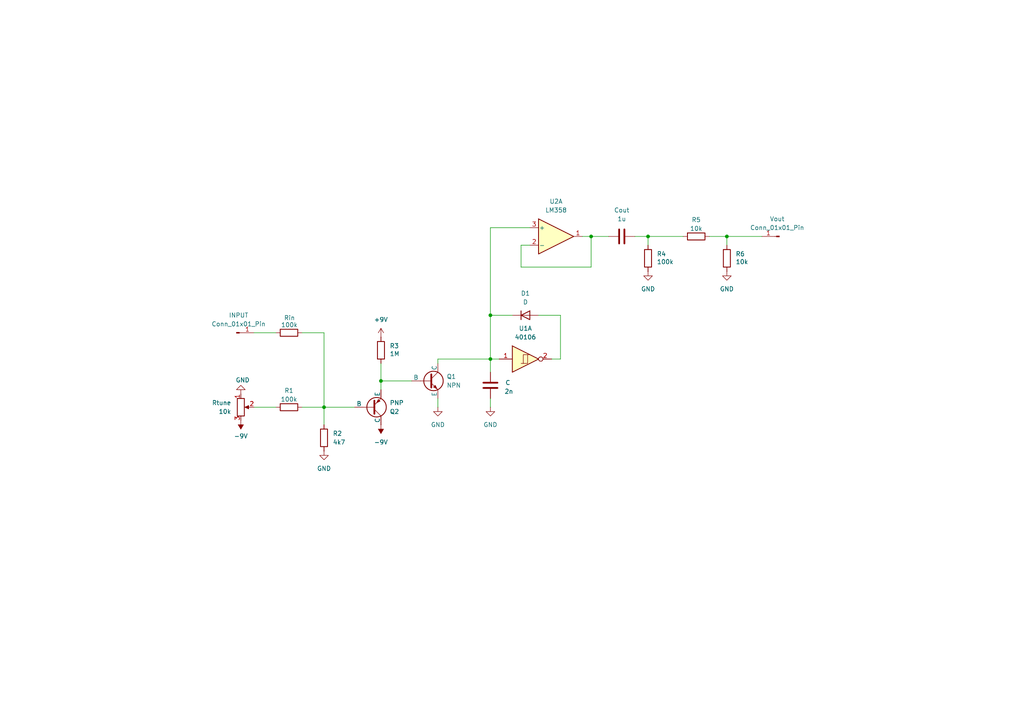
<source format=kicad_sch>
(kicad_sch (version 20250114) (generator "eeschema") (generator_version "9.0")
  (paper "A4")
  (lib_symbols
    (symbol "4xxx:40106" (pin_names (offset 1.016))
      (property "Reference" "U" (at 0 1.27 0))
      (property "Value" "40106" (at 0 -1.27 0))
      (symbol "40106_1_0"
        (polyline (pts (xy -3.81 3.81) (xy -3.81 -3.81) (xy 3.81 0) (xy -3.81 3.81)) (stroke (width 0.254)) (fill (type background)))
        (polyline (pts (xy -1.27 -1.27) (xy 0.635 -1.27) (xy 0.635 1.27) (xy 1.27 1.27)))
        (polyline (pts (xy -0.635 -1.27) (xy -0.635 1.27) (xy 0.635 1.27)))
        (pin input line (at -7.62 0 0) (length 3.81) (name "~") (number "1"))
        (pin output inverted (at 7.62 0 180) (length 3.81) (name "~") (number "2"))
      )
      (symbol "40106_2_0"
        (polyline (pts (xy -3.81 3.81) (xy -3.81 -3.81) (xy 3.81 0) (xy -3.81 3.81)) (stroke (width 0.254)) (fill (type background)))
        (polyline (pts (xy -1.27 -1.27) (xy 0.635 -1.27) (xy 0.635 1.27) (xy 1.27 1.27)))
        (polyline (pts (xy -0.635 -1.27) (xy -0.635 1.27) (xy 0.635 1.27)))
        (pin input line (at -7.62 0 0) (length 3.81) (name "~") (number "3"))
        (pin output inverted (at 7.62 0 180) (length 3.81) (name "~") (number "4"))
      )
      (symbol "40106_3_0"
        (polyline (pts (xy -3.81 3.81) (xy -3.81 -3.81) (xy 3.81 0) (xy -3.81 3.81)) (stroke (width 0.254)) (fill (type background)))
        (polyline (pts (xy -1.27 -1.27) (xy 0.635 -1.27) (xy 0.635 1.27) (xy 1.27 1.27)))
        (polyline (pts (xy -0.635 -1.27) (xy -0.635 1.27) (xy 0.635 1.27)))
        (pin input line (at -7.62 0 0) (length 3.81) (name "~") (number "5"))
        (pin output inverted (at 7.62 0 180) (length 3.81) (name "~") (number "6"))
      )
      (symbol "40106_4_0"
        (polyline (pts (xy -3.81 3.81) (xy -3.81 -3.81) (xy 3.81 0) (xy -3.81 3.81)) (stroke (width 0.254)) (fill (type background)))
        (polyline (pts (xy -1.27 -1.27) (xy 0.635 -1.27) (xy 0.635 1.27) (xy 1.27 1.27)))
        (polyline (pts (xy -0.635 -1.27) (xy -0.635 1.27) (xy 0.635 1.27)))
        (pin input line (at -7.62 0 0) (length 3.81) (name "~") (number "9"))
        (pin output inverted (at 7.62 0 180) (length 3.81) (name "~") (number "8"))
      )
      (symbol "40106_5_0"
        (polyline (pts (xy -3.81 3.81) (xy -3.81 -3.81) (xy 3.81 0) (xy -3.81 3.81)) (stroke (width 0.254)) (fill (type background)))
        (polyline (pts (xy -1.27 -1.27) (xy 0.635 -1.27) (xy 0.635 1.27) (xy 1.27 1.27)))
        (polyline (pts (xy -0.635 -1.27) (xy -0.635 1.27) (xy 0.635 1.27)))
        (pin input line (at -7.62 0 0) (length 3.81) (name "~") (number "11"))
        (pin output inverted (at 7.62 0 180) (length 3.81) (name "~") (number "10"))
      )
      (symbol "40106_6_0"
        (polyline (pts (xy -3.81 3.81) (xy -3.81 -3.81) (xy 3.81 0) (xy -3.81 3.81)) (stroke (width 0.254)) (fill (type background)))
        (polyline (pts (xy -1.27 -1.27) (xy 0.635 -1.27) (xy 0.635 1.27) (xy 1.27 1.27)))
        (polyline (pts (xy -0.635 -1.27) (xy -0.635 1.27) (xy 0.635 1.27)))
        (pin input line (at -7.62 0 0) (length 3.81) (name "~") (number "13"))
        (pin output inverted (at 7.62 0 180) (length 3.81) (name "~") (number "12"))
      )
      (symbol "40106_7_0"
        (pin power_in line (at 0 12.7 270) (length 5.08) (name "VDD") (number "14"))
        (pin power_in line (at 0 -12.7 90) (length 5.08) (name "VSS") (number "7"))
      )
      (symbol "40106_7_1"
        (rectangle (start -5.08 7.62) (end 5.08 -7.62) (stroke (width 0.254)) (fill (type background)))
      )
    )
    (symbol "Amplifier_Operational:LM358" (pin_names (offset 0.127))
      (property "Reference" "U" (at 0 5.08 0))
      (property "Value" "LM358" (at 0 -5.08 0))
      (symbol "LM358_1_1"
        (polyline (pts (xy -5.08 5.08) (xy 5.08 0) (xy -5.08 -5.08) (xy -5.08 5.08)) (stroke (width 0.254)) (fill (type background)))
        (pin input line (at -7.62 2.54 0) (length 2.54) (name "+") (number "3"))
        (pin input line (at -7.62 -2.54 0) (length 2.54) (name "-") (number "2"))
        (pin output line (at 7.62 0 180) (length 2.54) (name "~") (number "1"))
      )
      (symbol "LM358_2_1"
        (polyline (pts (xy -5.08 5.08) (xy 5.08 0) (xy -5.08 -5.08) (xy -5.08 5.08)) (stroke (width 0.254)) (fill (type background)))
        (pin input line (at -7.62 2.54 0) (length 2.54) (name "+") (number "5"))
        (pin input line (at -7.62 -2.54 0) (length 2.54) (name "-") (number "6"))
        (pin output line (at 7.62 0 180) (length 2.54) (name "~") (number "7"))
      )
      (symbol "LM358_3_1"
        (pin power_in line (at -2.54 7.62 270) (length 3.81) (name "V+") (number "8"))
        (pin power_in line (at -2.54 -7.62 90) (length 3.81) (name "V-") (number "4"))
      )
    )
    (symbol "Connector:Conn_01x01_Pin" (pin_names (offset 1.016) (hide yes))
      (property "Reference" "J" (at 0 2.54 0))
      (property "Value" "Conn_01x01_Pin" (at 0 -2.54 0))
      (symbol "Conn_01x01_Pin_1_1"
        (rectangle (start 0.8636 0.127) (end 0 -0.127) (stroke (width 0.1524)) (fill (type outline)))
        (polyline (pts (xy 1.27 0) (xy 0.8636 0)) (stroke (width 0.1524)))
        (pin passive line (at 5.08 0 180) (length 3.81) (name "Pin_1") (number "1"))
      )
    )
    (symbol "Device:C" (pin_numbers (hide yes)) (pin_names (offset 0.254))
      (property "Reference" "C" (at 0.635 2.54 0))
      (property "Value" "C" (at 0.635 -2.54 0))
      (symbol "C_0_1"
        (polyline (pts (xy -2.032 0.762) (xy 2.032 0.762)) (stroke (width 0.508)))
        (polyline (pts (xy -2.032 -0.762) (xy 2.032 -0.762)) (stroke (width 0.508)))
      )
      (symbol "C_1_1"
        (pin passive line (at 0 3.81 270) (length 2.794) (name "~") (number "1"))
        (pin passive line (at 0 -3.81 90) (length 2.794) (name "~") (number "2"))
      )
    )
    (symbol "Device:D" (pin_numbers (hide yes)) (pin_names (offset 1.016) (hide yes))
      (property "Reference" "D" (at 0 2.54 0))
      (property "Value" "D" (at 0 -2.54 0))
      (symbol "D_0_1"
        (polyline (pts (xy -1.27 1.27) (xy -1.27 -1.27)) (stroke (width 0.254)))
        (polyline (pts (xy 1.27 1.27) (xy 1.27 -1.27) (xy -1.27 0) (xy 1.27 1.27)) (stroke (width 0.254)))
        (polyline (pts (xy 1.27 0) (xy -1.27 0)))
      )
      (symbol "D_1_1"
        (pin passive line (at -3.81 0 0) (length 2.54) (name "K") (number "1"))
        (pin passive line (at 3.81 0 180) (length 2.54) (name "A") (number "2"))
      )
    )
    (symbol "Device:R" (pin_numbers (hide yes)) (pin_names (offset 0))
      (property "Reference" "R" (at 2.032 0 90))
      (property "Value" "R" (at 0 0 90))
      (symbol "R_0_1"
        (rectangle (start -1.016 -2.54) (end 1.016 2.54) (stroke (width 0.254)))
      )
      (symbol "R_1_1"
        (pin passive line (at 0 3.81 270) (length 1.27) (name "~") (number "1"))
        (pin passive line (at 0 -3.81 90) (length 1.27) (name "~") (number "2"))
      )
    )
    (symbol "Device:R_Potentiometer" (pin_names (offset 1.016) (hide yes))
      (property "Reference" "RV" (at -4.445 0 90))
      (property "Value" "R_Potentiometer" (at -2.54 0 90))
      (symbol "R_Potentiometer_0_1"
        (rectangle (start 1.016 2.54) (end -1.016 -2.54) (stroke (width 0.254)))
        (polyline (pts (xy 1.143 0) (xy 2.286 0.508) (xy 2.286 -0.508) (xy 1.143 0)) (fill (type outline)))
        (polyline (pts (xy 2.54 0) (xy 1.524 0)))
      )
      (symbol "R_Potentiometer_1_1"
        (pin passive line (at 0 3.81 270) (length 1.27) (name "1") (number "1"))
        (pin passive line (at 0 -3.81 90) (length 1.27) (name "3") (number "3"))
        (pin passive line (at 3.81 0 180) (length 1.27) (name "2") (number "2"))
      )
    )
    (symbol "Simulation_SPICE:NPN" (pin_numbers (hide yes)) (pin_names (offset 0))
      (property "Reference" "Q" (at -2.54 7.62 0))
      (property "Value" "NPN" (at -2.54 5.08 0))
      (symbol "NPN_0_1"
        (polyline (pts (xy -2.54 0) (xy 0.635 0)) (stroke (width 0.1524)))
        (polyline (pts (xy 0.635 1.905) (xy 0.635 -1.905) (xy 0.635 -1.905)) (stroke (width 0.508)))
        (polyline (pts (xy 0.635 0.635) (xy 2.54 2.54)))
        (polyline (pts (xy 0.635 -0.635) (xy 2.54 -2.54) (xy 2.54 -2.54)))
        (circle (center 1.27 0) (radius 2.8194) (stroke (width 0.254)))
        (polyline (pts (xy 1.27 -1.778) (xy 1.778 -1.27) (xy 2.286 -2.286) (xy 1.27 -1.778) (xy 1.27 -1.778)) (fill (type outline)))
        (polyline (pts (xy 2.794 -1.27) (xy 2.794 -1.27)) (stroke (width 0.1524)))
        (polyline (pts (xy 2.794 -1.27) (xy 2.794 -1.27)) (stroke (width 0.1524)))
      )
      (symbol "NPN_1_1"
        (pin input line (at -5.08 0 0) (length 2.54) (name "B") (number "2"))
        (pin open_collector line (at 2.54 5.08 270) (length 2.54) (name "C") (number "1"))
        (pin open_emitter line (at 2.54 -5.08 90) (length 2.54) (name "E") (number "3"))
      )
    )
    (symbol "Simulation_SPICE:PNP" (pin_numbers (hide yes)) (pin_names (offset 0))
      (property "Reference" "Q" (at -2.54 7.62 0))
      (property "Value" "PNP" (at -2.54 5.08 0))
      (symbol "PNP_0_1"
        (polyline (pts (xy -2.54 0) (xy 0.635 0)) (stroke (width 0.1524)))
        (polyline (pts (xy 0.635 1.905) (xy 0.635 -1.905) (xy 0.635 -1.905)) (stroke (width 0.508)))
        (polyline (pts (xy 0.635 0.635) (xy 2.54 2.54)))
        (polyline (pts (xy 0.635 -0.635) (xy 2.54 -2.54) (xy 2.54 -2.54)))
        (circle (center 1.27 0) (radius 2.8194) (stroke (width 0.254)))
        (polyline (pts (xy 2.286 -1.778) (xy 1.778 -2.286) (xy 1.27 -1.27) (xy 2.286 -1.778) (xy 2.286 -1.778)) (fill (type outline)))
      )
      (symbol "PNP_1_1"
        (pin input line (at -5.08 0 0) (length 2.54) (name "B") (number "2"))
        (pin open_collector line (at 2.54 5.08 270) (length 2.54) (name "C") (number "1"))
        (pin open_emitter line (at 2.54 -5.08 90) (length 2.54) (name "E") (number "3"))
      )
    )
    (symbol "power:+9V" (power) (pin_numbers (hide yes)) (pin_names (offset 0) (hide yes))
      (property "Value" "+9V" (at 0 3.556 0))
      (symbol "+9V_0_1"
        (polyline (pts (xy -0.762 1.27) (xy 0 2.54)))
        (polyline (pts (xy 0 2.54) (xy 0.762 1.27)))
        (polyline (pts (xy 0 0) (xy 0 2.54)))
      )
      (symbol "+9V_1_1"
        (pin power_in line (at 0 0 90) (length 0) (name "~") (number "1"))
      )
    )
    (symbol "power:-9V" (power) (pin_numbers (hide yes)) (pin_names (offset 0) (hide yes))
      (property "Value" "-9V" (at 0 3.556 0))
      (symbol "-9V_0_1"
        (polyline (pts (xy 0 0) (xy 0 2.54)))
        (polyline (pts (xy 0.762 1.27) (xy -0.762 1.27) (xy 0 2.54) (xy 0.762 1.27)) (fill (type outline)))
      )
      (symbol "-9V_1_1"
        (pin power_in line (at 0 0 90) (length 0) (name "~") (number "1"))
      )
    )
    (symbol "power:GND" (power) (pin_numbers (hide yes)) (pin_names (offset 0) (hide yes))
      (property "Value" "GND" (at 0 -3.81 0))
      (symbol "GND_0_1"
        (polyline (pts (xy 0 0) (xy 0 -1.27) (xy 1.27 -1.27) (xy 0 -2.54) (xy -1.27 -1.27) (xy 0 -1.27)))
      )
      (symbol "GND_1_1"
        (pin power_in line (at 0 0 270) (length 0) (name "~") (number "1"))
      )
    )
  )
  (junction (at 187.96 68.58))
  (junction (at 142.24 104.14))
  (junction (at 210.82 68.58))
  (junction (at 110.49 110.49))
  (junction (at 93.98 118.11))
  (junction (at 142.24 91.44))
  (junction (at 171.45 68.58))
  (wire (pts (xy 93.98 118.11) (xy 102.87 118.11)))
  (wire (pts (xy 171.45 68.58) (xy 176.53 68.58)))
  (wire (pts (xy 151.13 71.12) (xy 151.13 77.47)))
  (wire (pts (xy 127 104.14) (xy 127 105.41)))
  (wire (pts (xy 210.82 68.58) (xy 205.74 68.58)))
  (wire (pts (xy 187.96 68.58) (xy 187.96 71.12)))
  (wire (pts (xy 184.15 68.58) (xy 187.96 68.58)))
  (wire (pts (xy 142.24 104.14) (xy 142.24 91.44)))
  (wire (pts (xy 127 115.57) (xy 127 118.11)))
  (wire (pts (xy 93.98 118.11) (xy 93.98 123.19)))
  (wire (pts (xy 210.82 68.58) (xy 220.98 68.58)))
  (wire (pts (xy 87.63 96.52) (xy 93.98 96.52)))
  (wire (pts (xy 153.67 71.12) (xy 151.13 71.12)))
  (wire (pts (xy 187.96 68.58) (xy 198.12 68.58)))
  (wire (pts (xy 110.49 105.41) (xy 110.49 110.49)))
  (wire (pts (xy 142.24 66.04) (xy 142.24 91.44)))
  (wire (pts (xy 162.56 91.44) (xy 162.56 104.14)))
  (wire (pts (xy 142.24 91.44) (xy 148.59 91.44)))
  (wire (pts (xy 144.78 104.14) (xy 142.24 104.14)))
  (wire (pts (xy 73.66 96.52) (xy 80.01 96.52)))
  (wire (pts (xy 151.13 77.47) (xy 171.45 77.47)))
  (wire (pts (xy 168.91 68.58) (xy 171.45 68.58)))
  (wire (pts (xy 210.82 71.12) (xy 210.82 68.58)))
  (wire (pts (xy 110.49 110.49) (xy 119.38 110.49)))
  (wire (pts (xy 142.24 104.14) (xy 142.24 107.95)))
  (wire (pts (xy 73.66 118.11) (xy 80.01 118.11)))
  (wire (pts (xy 162.56 104.14) (xy 160.02 104.14)))
  (wire (pts (xy 142.24 104.14) (xy 127 104.14)))
  (wire (pts (xy 156.21 91.44) (xy 162.56 91.44)))
  (wire (pts (xy 153.67 66.04) (xy 142.24 66.04)))
  (wire (pts (xy 110.49 110.49) (xy 110.49 113.03)))
  (wire (pts (xy 142.24 115.57) (xy 142.24 118.11)))
  (wire (pts (xy 171.45 68.58) (xy 171.45 77.47)))
  (wire (pts (xy 87.63 118.11) (xy 93.98 118.11)))
  (wire (pts (xy 93.98 96.52) (xy 93.98 118.11)))
  (symbol (lib_id "Connector:Conn_01x01_Pin") (at 226.06 68.58 180) (unit 1)
    (property "Reference" "Vout" (at 225.425 63.5 0))
    (property "Value" "Conn_01x01_Pin" (at 225.425 66.04 0))
    (property "Description" "Generic connector, single row, 01x01, script generated" (effects (hide yes)))
  )
  (symbol (lib_id "Amplifier_Operational:LM358") (at 161.29 68.58 0) (unit 1)
    (property "Reference" "U2" (at 161.29 58.42 0))
    (property "Value" "LM358" (at 161.29 60.96 0))
    (property "Datasheet" "http://www.ti.com/lit/ds/symlink/lm2904-n.pdf" (effects (hide yes)))
    (property "Description" "Low-Power, Dual Operational Amplifiers, DIP-8/SOIC-8/TO-99-8" (effects (hide yes)))
  )
  (symbol (lib_id "power:+9V") (at 110.49 97.79 0) (unit 1)
    (property "Reference" "#PWR07" (effects (hide yes)))
    (property "Value" "+9V" (at 110.49 92.71 0))
    (property "Description" "Power symbol creates a global label with name \"+9V\"" (effects (hide yes)))
  )
  (symbol (lib_id "Device:C") (at 142.24 111.76 0) (unit 1)
    (property "Reference" "C" (at 146.558 110.998 0) (effects (justify left)))
    (property "Value" "2n" (at 146.304 113.538 0) (effects (justify left)))
    (property "Description" "Unpolarized capacitor" (effects (hide yes)))
  )
  (symbol (lib_id "Device:R_Potentiometer") (at 69.85 118.11 0) (unit 1)
    (property "Reference" "Rtune" (at 67.056 116.84 0) (effects (justify right)))
    (property "Value" "10k" (at 67.056 119.38 0) (effects (justify right)))
    (property "Description" "Potentiometer" (effects (hide yes)))
  )
  (symbol (lib_id "power:-9V") (at 69.85 121.92 180) (unit 1)
    (property "Reference" "#PWR05" (effects (hide yes)))
    (property "Value" "-9V" (at 67.818 126.492 0) (effects (justify right)))
    (property "Description" "Power symbol creates a global label with name \"-9V\"" (effects (hide yes)))
  )
  (symbol (lib_id "Device:R") (at 201.93 68.58 270) (unit 1)
    (property "Reference" "R5" (at 201.93 63.754 90))
    (property "Value" "10k" (at 201.93 66.294 90))
    (property "Description" "Resistor" (effects (hide yes)))
  )
  (symbol (lib_id "Device:R") (at 93.98 127 180) (unit 1)
    (property "Reference" "R2" (at 96.52 125.7299 0) (effects (justify right)))
    (property "Value" "4k7" (at 96.52 128.27 0) (effects (justify right)))
    (property "Description" "Resistor" (effects (hide yes)))
  )
  (symbol (lib_id "Device:C") (at 180.34 68.58 90) (unit 1)
    (property "Reference" "Cout" (at 180.34 60.96 90))
    (property "Value" "1u" (at 180.34 63.5 90))
    (property "Description" "Unpolarized capacitor" (effects (hide yes)))
  )
  (symbol (lib_id "4xxx:40106") (at 152.4 104.14 0) (unit 1)
    (property "Reference" "U1" (at 152.4 95.25 0))
    (property "Value" "40106" (at 152.4 97.79 0))
    (property "Datasheet" "https://assets.nexperia.com/documents/data-sheet/HEF40106B.pdf" (effects (hide yes)))
    (property "Description" "Hex Schmitt trigger inverter" (effects (hide yes)))
  )
  (symbol (lib_id "power:GND") (at 142.24 118.11 0) (unit 1)
    (property "Reference" "#PWR01" (effects (hide yes)))
    (property "Value" "GND" (at 142.24 123.19 0))
    (property "Description" "Power symbol creates a global label with name \"GND\" , ground" (effects (hide yes)))
  )
  (symbol (lib_id "Device:R") (at 110.49 101.6 0) (unit 1)
    (property "Reference" "R3" (at 113.03 100.3299 0) (effects (justify left)))
    (property "Value" "1M" (at 113.03 102.616 0) (effects (justify left)))
    (property "Description" "Resistor" (effects (hide yes)))
  )
  (symbol (lib_id "power:GND") (at 93.98 130.81 0) (unit 1)
    (property "Reference" "#PWR02" (effects (hide yes)))
    (property "Value" "GND" (at 93.98 135.89 0))
    (property "Description" "Power symbol creates a global label with name \"GND\" , ground" (effects (hide yes)))
  )
  (symbol (lib_id "Device:D") (at 152.4 91.44 0) (unit 1)
    (property "Reference" "D1" (at 152.4 85.09 0))
    (property "Value" "D" (at 152.4 87.63 0))
    (property "Description" "Diode" (effects (hide yes)))
    (property "Sim.Device" "D" (effects (hide yes)))
    (property "Sim.Pins" "1=K 2=A" (effects (hide yes)))
  )
  (symbol (lib_id "Device:R") (at 83.82 118.11 270) (unit 1)
    (property "Reference" "R1" (at 83.82 113.284 90))
    (property "Value" "100k" (at 83.82 115.824 90))
    (property "Description" "Resistor" (effects (hide yes)))
  )
  (symbol (lib_id "Connector:Conn_01x01_Pin") (at 68.58 96.52 0) (unit 1)
    (property "Reference" "INPUT" (at 69.215 91.44 0))
    (property "Value" "Conn_01x01_Pin" (at 69.215 93.98 0))
    (property "Description" "Generic connector, single row, 01x01, script generated" (effects (hide yes)))
  )
  (symbol (lib_id "Device:R") (at 83.82 96.52 90) (unit 1)
    (property "Reference" "Rin" (at 85.598 92.202 90) (effects (justify left)))
    (property "Value" "100k" (at 86.36 94.234 90) (effects (justify left)))
    (property "Description" "Resistor" (effects (hide yes)))
  )
  (symbol (lib_id "Device:R") (at 187.96 74.93 0) (unit 1)
    (property "Reference" "R4" (at 190.5 73.6599 0) (effects (justify left)))
    (property "Value" "100k" (at 190.5 75.946 0) (effects (justify left)))
    (property "Description" "Resistor" (effects (hide yes)))
  )
  (symbol (lib_id "power:GND") (at 210.82 78.74 0) (unit 1)
    (property "Reference" "#PWR09" (effects (hide yes)))
    (property "Value" "GND" (at 210.82 83.82 0))
    (property "Description" "Power symbol creates a global label with name \"GND\" , ground" (effects (hide yes)))
  )
  (symbol (lib_id "Simulation_SPICE:PNP") (at 107.95 118.11 0) (mirror x) (unit 1)
    (property "Reference" "Q2" (at 113.03 119.3801 0) (effects (justify left)))
    (property "Value" "PNP" (at 113.03 116.8401 0) (effects (justify left)))
    (property "Datasheet" "https://ngspice.sourceforge.io/docs/ngspice-html-manual/manual.xhtml#cha_BJTs" (effects (hide yes)))
    (property "Description" "Bipolar transistor symbol for simulation only, substrate tied to the emitter" (effects (hide yes)))
    (property "Sim.Device" "PNP" (effects (hide yes)))
    (property "Sim.Type" "GUMMELPOON" (effects (hide yes)))
    (property "Sim.Pins" "1=C 2=B 3=E" (effects (hide yes)))
  )
  (symbol (lib_id "Device:R") (at 210.82 74.93 0) (unit 1)
    (property "Reference" "R6" (at 213.36 73.6599 0) (effects (justify left)))
    (property "Value" "10k" (at 213.36 75.946 0) (effects (justify left)))
    (property "Description" "Resistor" (effects (hide yes)))
  )
  (symbol (lib_id "power:GND") (at 187.96 78.74 0) (unit 1)
    (property "Reference" "#PWR08" (effects (hide yes)))
    (property "Value" "GND" (at 187.96 83.82 0))
    (property "Description" "Power symbol creates a global label with name \"GND\" , ground" (effects (hide yes)))
  )
  (symbol (lib_id "Simulation_SPICE:NPN") (at 124.46 110.49 0) (unit 1)
    (property "Reference" "Q1" (at 129.54 109.2199 0) (effects (justify left)))
    (property "Value" "NPN" (at 129.54 111.7599 0) (effects (justify left)))
    (property "Datasheet" "https://ngspice.sourceforge.io/docs/ngspice-html-manual/manual.xhtml#cha_BJTs" (effects (hide yes)))
    (property "Description" "Bipolar transistor symbol for simulation only, substrate tied to the emitter" (effects (hide yes)))
    (property "Sim.Device" "NPN" (effects (hide yes)))
    (property "Sim.Type" "GUMMELPOON" (effects (hide yes)))
    (property "Sim.Pins" "1=C 2=B 3=E" (effects (hide yes)))
  )
  (symbol (lib_id "power:-9V") (at 110.49 123.19 180) (unit 1)
    (property "Reference" "#PWR06" (effects (hide yes)))
    (property "Value" "-9V" (at 110.49 128.27 0))
    (property "Description" "Power symbol creates a global label with name \"-9V\"" (effects (hide yes)))
  )
  (symbol (lib_id "power:GND") (at 127 118.11 0) (unit 1)
    (property "Reference" "#PWR04" (effects (hide yes)))
    (property "Value" "GND" (at 127 123.19 0))
    (property "Description" "Power symbol creates a global label with name \"GND\" , ground" (effects (hide yes)))
  )
  (symbol (lib_id "power:GND") (at 69.85 114.3 180) (unit 1)
    (property "Reference" "#PWR03" (effects (hide yes)))
    (property "Value" "GND" (at 68.326 110.236 0) (effects (justify right)))
    (property "Description" "Power symbol creates a global label with name \"GND\" , ground" (effects (hide yes)))
  )
)
</source>
